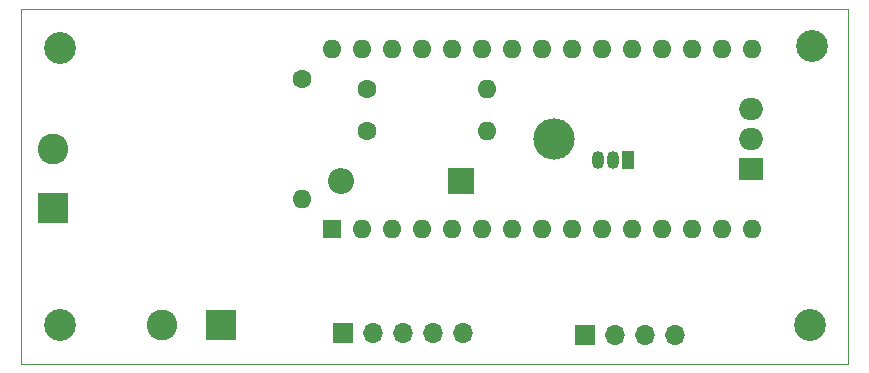
<source format=gbr>
%TF.GenerationSoftware,KiCad,Pcbnew,(6.0.7-1)-1*%
%TF.CreationDate,2022-08-20T21:08:27+02:00*%
%TF.ProjectId,Open-Ventilation,4f70656e-2d56-4656-9e74-696c6174696f,rev?*%
%TF.SameCoordinates,Original*%
%TF.FileFunction,Soldermask,Bot*%
%TF.FilePolarity,Negative*%
%FSLAX46Y46*%
G04 Gerber Fmt 4.6, Leading zero omitted, Abs format (unit mm)*
G04 Created by KiCad (PCBNEW (6.0.7-1)-1) date 2022-08-20 21:08:27*
%MOMM*%
%LPD*%
G01*
G04 APERTURE LIST*
%TA.AperFunction,Profile*%
%ADD10C,0.100000*%
%TD*%
%ADD11C,2.700000*%
%ADD12R,1.600000X1.600000*%
%ADD13O,1.600000X1.600000*%
%ADD14C,1.600000*%
%ADD15O,3.500000X3.500000*%
%ADD16R,2.000000X1.905000*%
%ADD17O,2.000000X1.905000*%
%ADD18R,2.200000X2.200000*%
%ADD19O,2.200000X2.200000*%
%ADD20R,2.600000X2.600000*%
%ADD21C,2.600000*%
%ADD22R,1.700000X1.700000*%
%ADD23O,1.700000X1.700000*%
%ADD24R,1.050000X1.500000*%
%ADD25O,1.050000X1.500000*%
G04 APERTURE END LIST*
D10*
X100250000Y-52250000D02*
X170250000Y-52250000D01*
X170250000Y-52250000D02*
X170250000Y-82250000D01*
X170250000Y-82250000D02*
X100250000Y-82250000D01*
X100250000Y-82250000D02*
X100250000Y-52250000D01*
D11*
%TO.C,H3*%
X167200000Y-55400000D03*
%TD*%
D12*
%TO.C,U2*%
X126550000Y-70820000D03*
D13*
X129090000Y-70820000D03*
X131630000Y-70820000D03*
X134170000Y-70820000D03*
X136710000Y-70820000D03*
X139250000Y-70820000D03*
X141790000Y-70820000D03*
X144330000Y-70820000D03*
X146870000Y-70820000D03*
X149410000Y-70820000D03*
X151950000Y-70820000D03*
X154490000Y-70820000D03*
X157030000Y-70820000D03*
X159570000Y-70820000D03*
X162110000Y-70820000D03*
X162110000Y-55580000D03*
X159570000Y-55580000D03*
X157030000Y-55580000D03*
X154490000Y-55580000D03*
X151950000Y-55580000D03*
X149410000Y-55580000D03*
X146870000Y-55580000D03*
X144330000Y-55580000D03*
X141790000Y-55580000D03*
X139250000Y-55580000D03*
X136710000Y-55580000D03*
X134170000Y-55580000D03*
X131630000Y-55580000D03*
X129090000Y-55580000D03*
X126550000Y-55580000D03*
%TD*%
D11*
%TO.C,H2*%
X167000000Y-79000000D03*
%TD*%
%TO.C,H1*%
X103500000Y-55500000D03*
%TD*%
D14*
%TO.C,R1*%
X124000000Y-58120000D03*
D13*
X124000000Y-68280000D03*
%TD*%
D15*
%TO.C,Q1*%
X145340000Y-63200000D03*
D16*
X162000000Y-65740000D03*
D17*
X162000000Y-63200000D03*
X162000000Y-60660000D03*
%TD*%
D14*
%TO.C,R2*%
X129520000Y-62600000D03*
D13*
X139680000Y-62600000D03*
%TD*%
D11*
%TO.C,H4*%
X103500000Y-79000000D03*
%TD*%
D18*
%TO.C,D1*%
X137480000Y-66800000D03*
D19*
X127320000Y-66800000D03*
%TD*%
D14*
%TO.C,R3*%
X129520000Y-59000000D03*
D13*
X139680000Y-59000000D03*
%TD*%
D20*
%TO.C,J3*%
X102895000Y-69100000D03*
D21*
X102895000Y-64100000D03*
%TD*%
D22*
%TO.C,J2*%
X127525000Y-79625000D03*
D23*
X130065000Y-79625000D03*
X132605000Y-79625000D03*
X135145000Y-79625000D03*
X137685000Y-79625000D03*
%TD*%
D20*
%TO.C,J4*%
X117200000Y-79000000D03*
D21*
X112200000Y-79000000D03*
%TD*%
D24*
%TO.C,U1*%
X151600000Y-65000000D03*
D25*
X150330000Y-65000000D03*
X149060000Y-65000000D03*
%TD*%
D22*
%TO.C,J1*%
X148000000Y-79825000D03*
D23*
X150540000Y-79825000D03*
X153080000Y-79825000D03*
X155620000Y-79825000D03*
%TD*%
M02*

</source>
